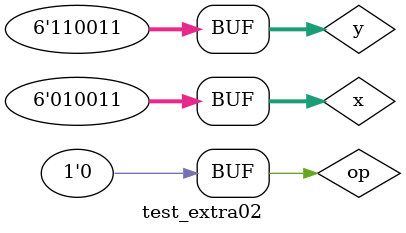
<source format=v>

module extra02  (output s,
					  input operator,
                 input [5:0]a,
                 input [5:0]b); 
		 wire sxor1;
		 wire sxor2;
		 wire sxor3;
		 wire sxor4;
		 wire sxor5;
		 wire sxor6;
		 wire noperator;
		 wire sor;
		 wire sand1;
		 wire sand2;
		 
	xor XOR1 (sxor1,a[0],b[0]);
	xor XOR2 (sxor2,a[1],b[1]);
	xor XOR3 (sxor3,a[2],b[2]);
	xor XOR4 (sxor4,a[3],b[3]);
	xor XOR5 (sxor5,a[4],b[4]);
	xor XOR6 (sxor6,a[5],b[5]);
	or OR1 (sor,sxor1,sxor2,sxor3,sxor4,sxor5,sxor6);
	not NOT1 (notor,sor);
	and AND1 (sand1,operator,notor);
	not NOT2 (noperator,operator);
	and AND2 (sand2,noperator,sor);
	or OR2 (s,sand1,sand2);
	

endmodule //extra02;

	module test_extra02; 
	
// ------------------------- definir dados 
           reg [5:0] x; 
           reg [5:0] y;
			  reg op; 
	        wire s;
		  
	extra02 ERROR (s,op,x,y);
		
// ------------------------- parte principal
 initial begin
 		x = 6'b000000;		y=6'b111111;  op=1'b0;
		
   $display("Extra02 - Wender Zacarias Xavier - 427472");
	$display("Test Somador Algébrico selecionável (Chave)");
	$display("\n *** Resultado ***  ");
	$display("\n Chave 0 = Diferença \n Chave 1 = Equals \n");
	$monitor("x=%b	  y=%b	\n    Chave = %b	\n	Resultado =%b	\n\n",x,y,op,s);

#1 x=6'b001111;	y = 6'b111011;
#1 op = 1'b1;
#1 x=6'b001111;	y = 6'b001111;
#1 op=1'b0;
#1 x=6'b010011;	y = 6'b110011;

	
		end

endmodule //extra02

</source>
